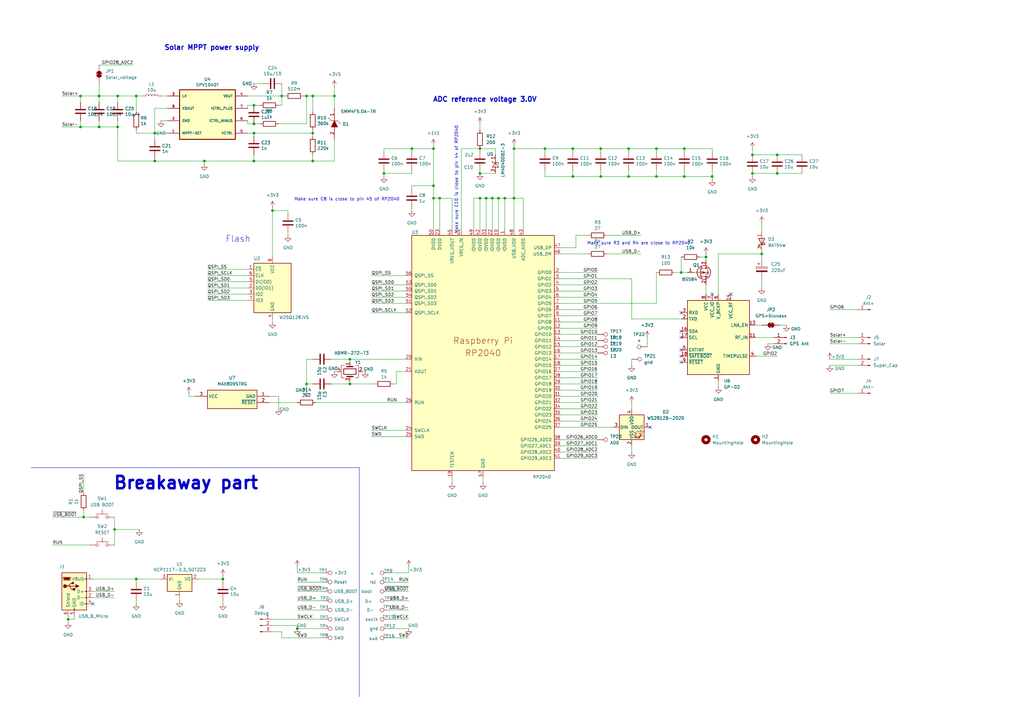
<source format=kicad_sch>
(kicad_sch (version 20231120) (generator "eeschema") (generator_version "8.0")
  (paper "A3")
  (title_block (title "pico-HABakuk") (date "2024-06-15") (rev "REV1") (company "Jakub Šerých, OK1SE"))
  (junction (at 201.93 81.28))
  (junction (at 63.5 66.04))
  (junction (at 199.39 81.28))
  (junction (at 55.88 39.37))
  (junction (at 318.77 63.5))
  (junction (at 177.8 76.2))
  (junction (at 168.91 60.96))
  (junction (at 128.27 39.37))
  (junction (at 289.56 105.41))
  (junction (at 125.73 157.48))
  (junction (at 223.52 60.96))
  (junction (at 246.38 72.39))
  (junction (at 34.29 212.09))
  (junction (at 257.81 60.96))
  (junction (at 40.64 39.37))
  (junction (at 143.51 147.32))
  (junction (at 104.14 54.61))
  (junction (at 246.38 60.96))
  (junction (at 177.8 81.28))
  (junction (at 63.5 54.61))
  (junction (at 180.34 81.28))
  (junction (at 204.47 81.28))
  (junction (at 157.48 71.12))
  (junction (at 40.64 52.07))
  (junction (at 48.26 52.07))
  (junction (at 91.44 237.49))
  (junction (at 104.14 43.18))
  (junction (at 196.85 71.12))
  (junction (at 280.67 60.96))
  (junction (at 292.1 72.39))
  (junction (at 121.92 257.81))
  (junction (at 143.51 157.48))
  (junction (at 115.57 39.37))
  (junction (at 210.82 60.96))
  (junction (at 257.81 72.39))
  (junction (at 128.27 66.04))
  (junction (at 111.76 86.36))
  (junction (at 318.77 71.12))
  (junction (at 308.61 71.12))
  (junction (at 27.94 254))
  (junction (at 125.73 39.37))
  (junction (at 33.02 39.37))
  (junction (at 177.8 60.96))
  (junction (at 137.16 39.37))
  (junction (at 104.14 66.04))
  (junction (at 234.95 72.39))
  (junction (at 269.24 72.39))
  (junction (at 312.42 104.14))
  (junction (at 55.88 237.49))
  (junction (at 33.02 52.07))
  (junction (at 207.01 81.28))
  (junction (at 279.4 111.76))
  (junction (at 196.85 60.96))
  (junction (at 46.99 217.17))
  (junction (at 196.85 81.28))
  (junction (at 128.27 54.61))
  (junction (at 269.24 60.96))
  (junction (at 104.14 50.8))
  (junction (at 280.67 72.39))
  (junction (at 308.61 63.5))
  (junction (at 210.82 81.28))
  (junction (at 48.26 39.37))
  (junction (at 234.95 60.96))
  (junction (at 83.82 66.04))
  (no_connect (at 279.4 138.43))
  (no_connect (at 266.7 175.26))
  (no_connect (at 279.4 128.27))
  (no_connect (at 279.4 135.89))
  (no_connect (at 299.72 120.65))
  (no_connect (at 38.1 247.65))
  (no_connect (at 279.4 143.51))
  (no_connect (at 279.4 148.59))
  (no_connect (at 279.4 146.05))
  (no_connect (at 292.1 120.65))
  (wire (pts (xy 177.8 81.28) (xy 177.8 93.98)))
  (wire (pts (xy 25.4 39.37) (xy 33.02 39.37)))
  (wire (pts (xy 229.87 137.16) (xy 245.11 137.16)))
  (wire (pts (xy 48.26 66.04) (xy 63.5 66.04)))
  (wire (pts (xy 294.64 120.65) (xy 294.64 104.14)))
  (wire (pts (xy 157.48 71.12) (xy 168.91 71.12)))
  (wire (pts (xy 162.56 152.4) (xy 162.56 157.48)))
  (wire (pts (xy 236.22 96.52) (xy 236.22 101.6)))
  (wire (pts (xy 259.08 182.88) (xy 259.08 185.42)))
  (wire (pts (xy 38.1 237.49) (xy 55.88 237.49)))
  (wire (pts (xy 246.38 60.96) (xy 257.81 60.96)))
  (wire (pts (xy 115.57 259.08) (xy 115.57 261.62)))
  (wire (pts (xy 83.82 66.04) (xy 104.14 66.04)))
  (wire (pts (xy 115.57 34.29) (xy 115.57 39.37)))
  (wire (pts (xy 340.36 161.29) (xy 351.79 161.29)))
  (wire (pts (xy 207.01 81.28) (xy 210.82 81.28)))
  (wire (pts (xy 121.92 238.76) (xy 132.08 238.76)))
  (wire (pts (xy 308.61 71.12) (xy 308.61 72.39)))
  (wire (pts (xy 101.6 123.19) (xy 85.09 123.19)))
  (wire (pts (xy 246.38 62.23) (xy 246.38 60.96)))
  (wire (pts (xy 21.59 223.52) (xy 36.83 223.52)))
  (wire (pts (xy 40.64 34.29) (xy 40.64 39.37)))
  (wire (pts (xy 167.64 232.41) (xy 167.64 234.95)))
  (wire (pts (xy 177.8 59.69) (xy 177.8 60.96)))
  (polyline (pts (xy 12.7 191.77) (xy 147.32 191.77)))
  (wire (pts (xy 229.87 149.86) (xy 245.11 149.86)))
  (wire (pts (xy 55.88 39.37) (xy 48.26 39.37)))
  (wire (pts (xy 111.76 86.36) (xy 111.76 105.41)))
  (polyline (pts (xy 147.32 191.77) (xy 147.32 285.75)))
  (wire (pts (xy 55.88 246.38) (xy 55.88 247.65)))
  (wire (pts (xy 137.16 39.37) (xy 128.27 39.37)))
  (wire (pts (xy 194.31 81.28) (xy 196.85 81.28)))
  (wire (pts (xy 229.87 170.18) (xy 245.11 170.18)))
  (wire (pts (xy 40.64 41.91) (xy 40.64 39.37)))
  (wire (pts (xy 229.87 104.14) (xy 241.3 104.14)))
  (wire (pts (xy 121.92 242.57) (xy 132.08 242.57)))
  (wire (pts (xy 68.58 54.61) (xy 63.5 54.61)))
  (wire (pts (xy 121.92 246.38) (xy 132.08 246.38)))
  (wire (pts (xy 229.87 111.76) (xy 245.11 111.76)))
  (wire (pts (xy 214.63 81.28) (xy 210.82 81.28)))
  (wire (pts (xy 85.09 113.03) (xy 101.6 113.03)))
  (wire (pts (xy 106.68 50.8) (xy 104.14 50.8)))
  (wire (pts (xy 160.02 234.95) (xy 167.64 234.95)))
  (wire (pts (xy 111.76 85.09) (xy 111.76 86.36)))
  (wire (pts (xy 248.92 96.52) (xy 262.89 96.52)))
  (wire (pts (xy 185.42 93.98) (xy 185.42 81.28)))
  (wire (pts (xy 48.26 41.91) (xy 48.26 39.37)))
  (wire (pts (xy 101.6 54.61) (xy 104.14 54.61)))
  (wire (pts (xy 214.63 93.98) (xy 214.63 81.28)))
  (wire (pts (xy 104.14 43.18) (xy 101.6 43.18)))
  (wire (pts (xy 246.38 69.85) (xy 246.38 72.39)))
  (wire (pts (xy 229.87 116.84) (xy 245.11 116.84)))
  (wire (pts (xy 55.88 238.76) (xy 55.88 237.49)))
  (wire (pts (xy 177.8 76.2) (xy 177.8 81.28)))
  (wire (pts (xy 107.95 34.29) (xy 104.14 34.29)))
  (wire (pts (xy 318.77 63.5) (xy 328.93 63.5)))
  (wire (pts (xy 137.16 152.4) (xy 138.43 152.4)))
  (wire (pts (xy 157.48 60.96) (xy 168.91 60.96)))
  (wire (pts (xy 111.76 256.54) (xy 121.92 256.54)))
  (wire (pts (xy 229.87 185.42) (xy 245.11 185.42)))
  (wire (pts (xy 128.27 54.61) (xy 128.27 53.34)))
  (wire (pts (xy 160.02 246.38) (xy 167.64 246.38)))
  (wire (pts (xy 269.24 111.76) (xy 269.24 124.46)))
  (wire (pts (xy 157.48 69.85) (xy 157.48 71.12)))
  (wire (pts (xy 46.99 212.09) (xy 46.99 217.17)))
  (wire (pts (xy 148.59 152.4) (xy 149.86 152.4)))
  (wire (pts (xy 152.4 124.46) (xy 166.37 124.46)))
  (wire (pts (xy 135.89 147.32) (xy 143.51 147.32)))
  (wire (pts (xy 91.44 238.76) (xy 91.44 237.49)))
  (wire (pts (xy 46.99 217.17) (xy 46.99 223.52)))
  (wire (pts (xy 168.91 60.96) (xy 177.8 60.96)))
  (wire (pts (xy 40.64 52.07) (xy 48.26 52.07)))
  (wire (pts (xy 111.76 132.08) (xy 111.76 130.81)))
  (wire (pts (xy 312.42 104.14) (xy 312.42 106.68)))
  (wire (pts (xy 199.39 93.98) (xy 199.39 81.28)))
  (wire (pts (xy 137.16 44.45) (xy 137.16 39.37)))
  (wire (pts (xy 38.1 242.57) (xy 46.99 242.57)))
  (wire (pts (xy 177.8 60.96) (xy 177.8 76.2)))
  (wire (pts (xy 48.26 52.07) (xy 48.26 49.53)))
  (wire (pts (xy 294.64 104.14) (xy 312.42 104.14)))
  (wire (pts (xy 210.82 60.96) (xy 223.52 60.96)))
  (wire (pts (xy 152.4 119.38) (xy 166.37 119.38)))
  (wire (pts (xy 34.29 194.31) (xy 34.29 201.93)))
  (wire (pts (xy 33.02 39.37) (xy 33.02 41.91)))
  (wire (pts (xy 259.08 165.1) (xy 259.08 167.64)))
  (wire (pts (xy 63.5 57.15) (xy 63.5 54.61)))
  (wire (pts (xy 269.24 62.23) (xy 269.24 60.96)))
  (wire (pts (xy 196.85 81.28) (xy 199.39 81.28)))
  (wire (pts (xy 101.6 118.11) (xy 85.09 118.11)))
  (wire (pts (xy 320.04 133.35) (xy 322.58 133.35)))
  (wire (pts (xy 63.5 54.61) (xy 63.5 44.45)))
  (wire (pts (xy 101.6 50.8) (xy 101.6 49.53)))
  (wire (pts (xy 223.52 62.23) (xy 223.52 60.96)))
  (wire (pts (xy 279.4 111.76) (xy 281.94 111.76)))
  (wire (pts (xy 114.3 162.56) (xy 110.49 162.56)))
  (wire (pts (xy 101.6 39.37) (xy 115.57 39.37)))
  (wire (pts (xy 118.11 86.36) (xy 111.76 86.36)))
  (wire (pts (xy 207.01 81.28) (xy 207.01 93.98)))
  (wire (pts (xy 196.85 93.98) (xy 196.85 81.28)))
  (wire (pts (xy 30.48 252.73) (xy 30.48 254)))
  (wire (pts (xy 137.16 66.04) (xy 128.27 66.04)))
  (wire (pts (xy 143.51 156.21) (xy 143.51 157.48)))
  (wire (pts (xy 125.73 157.48) (xy 125.73 160.02)))
  (wire (pts (xy 229.87 101.6) (xy 236.22 101.6)))
  (wire (pts (xy 189.23 60.96) (xy 189.23 93.98)))
  (wire (pts (xy 40.64 39.37) (xy 33.02 39.37)))
  (wire (pts (xy 111.76 259.08) (xy 115.57 259.08)))
  (wire (pts (xy 63.5 66.04) (xy 83.82 66.04)))
  (wire (pts (xy 58.42 39.37) (xy 55.88 39.37)))
  (wire (pts (xy 73.66 245.11) (xy 73.66 246.38)))
  (wire (pts (xy 162.56 152.4) (xy 166.37 152.4)))
  (wire (pts (xy 166.37 113.03) (xy 152.4 113.03)))
  (wire (pts (xy 340.36 140.97) (xy 351.79 140.97)))
  (wire (pts (xy 269.24 60.96) (xy 280.67 60.96)))
  (wire (pts (xy 292.1 69.85) (xy 292.1 72.39)))
  (wire (pts (xy 121.92 256.54) (xy 121.92 257.81)))
  (wire (pts (xy 40.64 26.67) (xy 54.61 26.67)))
  (wire (pts (xy 161.29 157.48) (xy 162.56 157.48)))
  (wire (pts (xy 81.28 237.49) (xy 91.44 237.49)))
  (wire (pts (xy 309.88 146.05) (xy 318.77 146.05)))
  (wire (pts (xy 229.87 147.32) (xy 245.11 147.32)))
  (wire (pts (xy 229.87 127) (xy 245.11 127)))
  (wire (pts (xy 196.85 71.12) (xy 203.2 71.12)))
  (wire (pts (xy 168.91 71.12) (xy 168.91 69.85)))
  (wire (pts (xy 234.95 62.23) (xy 234.95 60.96)))
  (wire (pts (xy 234.95 72.39) (xy 223.52 72.39)))
  (wire (pts (xy 229.87 180.34) (xy 245.11 180.34)))
  (wire (pts (xy 259.08 147.32) (xy 259.08 149.86)))
  (wire (pts (xy 125.73 50.8) (xy 125.73 39.37)))
  (wire (pts (xy 121.92 250.19) (xy 132.08 250.19)))
  (wire (pts (xy 137.16 57.15) (xy 137.16 66.04)))
  (wire (pts (xy 210.82 59.69) (xy 210.82 60.96)))
  (wire (pts (xy 229.87 129.54) (xy 245.11 129.54)))
  (wire (pts (xy 168.91 77.47) (xy 168.91 76.2)))
  (wire (pts (xy 101.6 120.65) (xy 85.09 120.65)))
  (wire (pts (xy 234.95 60.96) (xy 246.38 60.96)))
  (wire (pts (xy 160.02 257.81) (xy 167.64 257.81)))
  (wire (pts (xy 289.56 105.41) (xy 289.56 106.68)))
  (wire (pts (xy 48.26 39.37) (xy 40.64 39.37)))
  (wire (pts (xy 48.26 52.07) (xy 48.26 66.04)))
  (wire (pts (xy 55.88 54.61) (xy 55.88 53.34)))
  (wire (pts (xy 289.56 116.84) (xy 289.56 120.65)))
  (wire (pts (xy 132.08 257.81) (xy 121.92 257.81)))
  (wire (pts (xy 309.88 138.43) (xy 317.5 138.43)))
  (wire (pts (xy 27.94 252.73) (xy 27.94 254)))
  (wire (pts (xy 104.14 54.61) (xy 128.27 54.61)))
  (wire (pts (xy 63.5 66.04) (xy 63.5 64.77)))
  (wire (pts (xy 229.87 187.96) (xy 245.11 187.96)))
  (wire (pts (xy 312.42 114.3) (xy 312.42 118.11)))
  (wire (pts (xy 115.57 39.37) (xy 116.84 39.37)))
  (wire (pts (xy 124.46 39.37) (xy 125.73 39.37)))
  (wire (pts (xy 55.88 54.61) (xy 63.5 54.61)))
  (wire (pts (xy 34.29 212.09) (xy 36.83 212.09)))
  (wire (pts (xy 234.95 69.85) (xy 234.95 72.39)))
  (wire (pts (xy 129.54 165.1) (xy 166.37 165.1)))
  (wire (pts (xy 180.34 93.98) (xy 180.34 81.28)))
  (wire (pts (xy 111.76 254) (xy 132.08 254)))
  (wire (pts (xy 210.82 60.96) (xy 210.82 81.28)))
  (wire (pts (xy 128.27 39.37) (xy 128.27 45.72)))
  (wire (pts (xy 280.67 72.39) (xy 292.1 72.39)))
  (wire (pts (xy 30.48 254) (xy 27.94 254)))
  (wire (pts (xy 203.2 60.96) (xy 196.85 60.96)))
  (wire (pts (xy 229.87 175.26) (xy 251.46 175.26)))
  (wire (pts (xy 66.04 237.49) (xy 55.88 237.49)))
  (wire (pts (xy 104.14 66.04) (xy 128.27 66.04)))
  (wire (pts (xy 269.24 69.85) (xy 269.24 72.39)))
  (wire (pts (xy 160.02 254) (xy 167.64 254)))
  (wire (pts (xy 223.52 60.96) (xy 234.95 60.96)))
  (wire (pts (xy 196.85 69.85) (xy 196.85 71.12)))
  (wire (pts (xy 33.02 49.53) (xy 33.02 52.07)))
  (wire (pts (xy 229.87 132.08) (xy 245.11 132.08)))
  (wire (pts (xy 160.02 261.62) (xy 167.64 261.62)))
  (wire (pts (xy 204.47 93.98) (xy 204.47 81.28)))
  (wire (pts (xy 128.27 39.37) (xy 125.73 39.37)))
  (wire (pts (xy 135.89 157.48) (xy 143.51 157.48)))
  (wire (pts (xy 128.27 157.48) (xy 125.73 157.48)))
  (wire (pts (xy 143.51 157.48) (xy 153.67 157.48)))
  (wire (pts (xy 229.87 119.38) (xy 245.11 119.38)))
  (wire (pts (xy 128.27 66.04) (xy 128.27 63.5)))
  (wire (pts (xy 55.88 39.37) (xy 55.88 45.72)))
  (wire (pts (xy 292.1 62.23) (xy 292.1 60.96)))
  (wire (pts (xy 166.37 179.07) (xy 152.4 179.07)))
  (wire (pts (xy 34.29 209.55) (xy 34.29 212.09)))
  (wire (pts (xy 199.39 81.28) (xy 201.93 81.28)))
  (wire (pts (xy 279.4 105.41) (xy 279.4 111.76)))
  (wire (pts (xy 292.1 72.39) (xy 292.1 73.66)))
  (wire (pts (xy 308.61 60.96) (xy 308.61 63.5)))
  (wire (pts (xy 229.87 157.48) (xy 245.11 157.48)))
  (wire (pts (xy 196.85 50.8) (xy 196.85 53.34)))
  (wire (pts (xy 340.36 127) (xy 351.79 127)))
  (wire (pts (xy 166.37 128.27) (xy 152.4 128.27)))
  (wire (pts (xy 294.64 156.21) (xy 294.64 158.75)))
  (wire (pts (xy 25.4 52.07) (xy 33.02 52.07)))
  (wire (pts (xy 308.61 71.12) (xy 318.77 71.12)))
  (wire (pts (xy 198.12 195.58) (xy 198.12 198.12)))
  (wire (pts (xy 115.57 261.62) (xy 132.08 261.62)))
  (wire (pts (xy 121.92 234.95) (xy 132.08 234.95)))
  (wire (pts (xy 340.36 138.43) (xy 351.79 138.43)))
  (wire (pts (xy 63.5 44.45) (xy 68.58 44.45)))
  (wire (pts (xy 168.91 76.2) (xy 177.8 76.2)))
  (wire (pts (xy 229.87 154.94) (xy 245.11 154.94)))
  (wire (pts (xy 101.6 115.57) (xy 85.09 115.57)))
  (wire (pts (xy 246.38 72.39) (xy 234.95 72.39)))
  (wire (pts (xy 318.77 71.12) (xy 328.93 71.12)))
  (wire (pts (xy 114.3 43.18) (xy 115.57 43.18)))
  (wire (pts (xy 223.52 69.85) (xy 223.52 72.39)))
  (wire (pts (xy 77.47 161.29) (xy 77.47 162.56)))
  (wire (pts (xy 33.02 52.07) (xy 40.64 52.07)))
  (wire (pts (xy 314.96 140.97) (xy 317.5 140.97)))
  (wire (pts (xy 185.42 195.58) (xy 185.42 198.12)))
  (wire (pts (xy 83.82 66.04) (xy 83.82 67.31)))
  (wire (pts (xy 229.87 160.02) (xy 245.11 160.02)))
  (wire (pts (xy 128.27 147.32) (xy 125.73 147.32)))
  (wire (pts (xy 229.87 139.7) (xy 245.11 139.7)))
  (wire (pts (xy 340.36 149.86) (xy 351.79 149.86)))
  (wire (pts (xy 229.87 165.1) (xy 245.11 165.1)))
  (wire (pts (xy 101.6 43.18) (xy 101.6 44.45)))
  (wire (pts (xy 160.02 250.19) (xy 167.64 250.19)))
  (wire (pts (xy 180.34 81.28) (xy 177.8 81.28)))
  (wire (pts (xy 248.92 104.14) (xy 262.89 104.14)))
  (wire (pts (xy 21.59 212.09) (xy 34.29 212.09)))
  (wire (pts (xy 68.58 39.37) (xy 66.04 39.37)))
  (wire (pts (xy 229.87 144.78) (xy 245.11 144.78)))
  (wire (pts (xy 280.67 72.39) (xy 269.24 72.39)))
  (wire (pts (xy 125.73 147.32) (xy 125.73 157.48)))
  (wire (pts (xy 259.08 130.81) (xy 259.08 114.3)))
  (wire (pts (xy 143.51 148.59) (xy 143.51 147.32)))
  (wire (pts (xy 152.4 116.84) (xy 166.37 116.84)))
  (wire (pts (xy 104.14 50.8) (xy 101.6 50.8)))
  (wire (pts (xy 265.43 138.43) (xy 265.43 142.24)))
  (wire (pts (xy 201.93 81.28) (xy 204.47 81.28)))
  (wire (pts (xy 229.87 134.62) (xy 245.11 134.62)))
  (wire (pts (xy 289.56 104.14) (xy 289.56 105.41)))
  (wire (pts (xy 229.87 152.4) (xy 245.11 152.4)))
  (wire (pts (xy 157.48 62.23) (xy 157.48 60.96)))
  (wire (pts (xy 114.3 50.8) (xy 125.73 50.8)))
  (wire (pts (xy 236.22 96.52) (xy 241.3 96.52)))
  (wire (pts (xy 118.11 95.25) (xy 118.11 96.52)))
  (wire (pts (xy 157.48 71.12) (xy 157.48 72.39)))
  (wire (pts (xy 280.67 69.85) (xy 280.67 72.39)))
  (wire (pts (xy 229.87 142.24) (xy 245.11 142.24)))
  (wire (pts (xy 46.99 217.17) (xy 57.15 217.17)))
  (wire (pts (xy 257.81 60.96) (xy 269.24 60.96)))
  (wire (pts (xy 196.85 62.23) (xy 196.85 60.96)))
  (wire (pts (xy 85.09 110.49) (xy 101.6 110.49)))
  (wire (pts (xy 152.4 121.92) (xy 166.37 121.92)))
  (wire (pts (xy 229.87 124.46) (xy 269.24 124.46)))
  (wire (pts (xy 229.87 167.64) (xy 245.11 167.64)))
  (wire (pts (xy 229.87 114.3) (xy 259.08 114.3)))
  (wire (pts (xy 257.81 72.39) (xy 246.38 72.39)))
  (wire (pts (xy 276.86 111.76) (xy 279.4 111.76)))
  (wire (pts (xy 118.11 87.63) (xy 118.11 86.36)))
  (wire (pts (xy 269.24 72.39) (xy 257.81 72.39)))
  (wire (pts (xy 204.47 81.28) (xy 207.01 81.28)))
  (wire (pts (xy 128.27 55.88) (xy 128.27 54.61)))
  (wire (pts (xy 194.31 93.98) (xy 194.31 81.28)))
  (wire (pts (xy 312.42 91.44) (xy 312.42 95.25)))
  (wire (pts (xy 66.04 49.53) (xy 68.58 49.53)))
  (wire (pts (xy 340.36 147.32) (xy 351.79 147.32)))
  (wire (pts (xy 160.02 242.57) (xy 167.64 242.57)))
  (wire (pts (xy 115.57 43.18) (xy 115.57 39.37)))
  (wire (pts (xy 201.93 93.98) (xy 201.93 81.28)))
  (wire (pts (xy 168.91 62.23) (xy 168.91 60.96)))
  (wire (pts (xy 110.49 165.1) (xy 121.92 165.1)))
  (wire (pts (xy 137.16 39.37) (xy 137.16 35.56)))
  (wire (pts (xy 114.3 167.64) (xy 114.3 162.56)))
  (wire (pts (xy 287.02 105.41) (xy 289.56 105.41)))
  (wire (pts (xy 185.42 81.28) (xy 180.34 81.28)))
  (wire (pts (xy 280.67 60.96) (xy 292.1 60.96)))
  (wire (pts (xy 279.4 130.81) (xy 259.08 130.81)))
  (wire (pts (xy 280.67 62.23) (xy 280.67 60.96)))
  (wire (pts (xy 160.02 238.76) (xy 167.64 238.76)))
  (wire (pts (xy 308.61 63.5) (xy 318.77 63.5)))
  (wire (pts (xy 309.88 133.35) (xy 312.42 133.35)))
  (wire (pts (xy 257.81 69.85) (xy 257.81 72.39)))
  (wire (pts (xy 229.87 162.56) (xy 245.11 162.56)))
  (wire (pts (xy 229.87 172.72) (xy 245.11 172.72)))
  (wire (pts (xy 210.82 93.98) (xy 210.82 81.28)))
  (wire (pts (xy 106.68 43.18) (xy 104.14 43.18)))
  (wire (pts (xy 121.92 232.41) (xy 121.92 234.95)))
  (wire (pts (xy 257.81 62.23) (xy 257.81 60.96)))
  (wire (pts (xy 77.47 162.56) (xy 80.01 162.56)))
  (wire (pts (xy 166.37 176.53) (xy 152.4 176.53)))
  (wire (pts (xy 40.64 49.53) (xy 40.64 52.07)))
  (wire (pts (xy 168.91 85.09) (xy 168.91 86.36)))
  (wire (pts (xy 91.44 246.38) (xy 91.44 247.65)))
  (wire (pts (xy 104.14 55.88) (xy 104.14 54.61)))
  (wire (pts (xy 27.94 254) (xy 27.94 255.27)))
  (wire (pts (xy 91.44 237.49) (xy 91.44 236.22)))
  (wire (pts (xy 229.87 182.88) (xy 245.11 182.88)))
  (wire (pts (xy 229.87 121.92) (xy 245.11 121.92)))
  (wire (pts (xy 189.23 60.96) (xy 196.85 60.96)))
  (wire (pts (xy 38.1 245.11) (xy 46.99 245.11)))
  (wire (pts (xy 203.2 63.5) (xy 203.2 60.96)))
  (wire (pts (xy 104.14 63.5) (xy 104.14 66.04)))
  (wire (pts (xy 312.42 102.87) (xy 312.42 104.14)))
  (wire (pts (xy 143.51 147.32) (xy 166.37 147.32)))
  (text "ADC reference voltage 3.0V" (at 198.882 40.894 0) (effects (font (size 2.032 2.032) (bold yes))))
  (text "Breakaway part" (at 46.228 201.168 0) (effects (font (size 5.08 5.08) (thickness 1.016) (bold yes)) (justify left bottom)))
  (text "Make sure C8 is close to pin 45 of RP2040" (at 120.65 82.55 0) (effects (font (size 1.27 1.27)) (justify left bottom)))
  (text "Solar MPPT power supply" (at 67.31 20.828 0) (effects (font (size 2.0066 2.0066) (thickness 0.4013) (bold yes)) (justify left bottom)))
  (text "Make sure C10 is close to pin 44 of RP2040" (at 187.96 96.012 90) (effects (font (size 1.27 1.27)) (justify left bottom)))
  (text "Make sure R3 and R4 are close to RP2040" (at 240.792 100.584 0) (effects (font (size 1.27 1.27)) (justify left bottom)))
  (text "Flash" (at 92.456 99.568 0) (effects (font (size 2.54 2.54)) (justify left bottom)))
  (label "Solar-" (at 340.36 140.97 0))
  (label "USB_D-" (at 46.99 245.11 180))
  (label "QSPI_SS" (at 85.09 110.49 0))
  (label "QSPI_SD3" (at 85.09 123.19 0))
  (label "QSPI_SD2" (at 152.4 121.92 0))
  (label "USB_D-" (at 262.89 104.14 180))
  (label "GPIO4" (at 245.11 121.92 180))
  (label "~{USB_BOOT}" (at 21.59 212.09 0))
  (label "RUN" (at 158.75 165.1 0))
  (label "GPIO29_ADC3" (at 245.11 187.96 180))
  (label "QSPI_SD1" (at 152.4 119.38 0))
  (label "GPIO13" (at 245.11 144.78 180))
  (label "SWCLK" (at 121.92 254 0))
  (label "GPIO6" (at 245.11 127 180))
  (label "USB_D+" (at 262.89 96.52 180))
  (label "~{USB_BOOT}" (at 121.92 242.57 0))
  (label "RUN" (at 21.59 223.52 0))
  (label "SWD" (at 152.4 179.07 0))
  (label "GPIO20" (at 245.11 162.56 180))
  (label "QSPI_SD1" (at 85.09 118.11 0))
  (label "RUN" (at 167.64 238.76 180))
  (label "QSPI_SD3" (at 152.4 124.46 0))
  (label "GPIO6" (at 340.36 127 0))
  (label "GPIO18" (at 245.11 157.48 180))
  (label "GPIO25" (at 245.11 175.26 180))
  (label "USB_D-" (at 167.64 250.19 180))
  (label "GPIO0" (at 245.11 111.76 180))
  (label "~{USB_BOOT}" (at 167.64 242.57 180))
  (label "GPIO21" (at 245.11 165.1 180))
  (label "GPIO11" (at 245.11 139.7 180))
  (label "Solar+" (at 340.36 138.43 0))
  (label "SWD" (at 121.92 261.62 0))
  (label "GPIO27_ADC1" (at 245.11 182.88 180))
  (label "GPIO1" (at 245.11 114.3 180))
  (label "USB_D+" (at 46.99 242.57 180))
  (label "GPIO14" (at 245.11 147.32 180))
  (label "GPIO3" (at 245.11 119.38 180))
  (label "GPIO10" (at 245.11 137.16 180))
  (label "Solar+" (at 25.4 39.37 0))
  (label "GPIO23" (at 245.11 170.18 180))
  (label "SWCLK" (at 167.64 254 180))
  (label "GPIO7" (at 340.36 161.29 0))
  (label "SWCLK" (at 152.4 176.53 0))
  (label "RUN" (at 121.92 238.76 0))
  (label "QSPI_SCLK" (at 152.4 128.27 0))
  (label "QSPI_SD0" (at 152.4 116.84 0))
  (label "USB_D+" (at 167.64 246.38 180))
  (label "GPIO17" (at 245.11 154.94 180))
  (label "Solar-" (at 25.4 52.07 0))
  (label "GPIO2" (at 245.11 116.84 180))
  (label "GPIO9" (at 245.11 134.62 180))
  (label "USB_D+" (at 121.92 246.38 0))
  (label "GPIO15" (at 245.11 149.86 180))
  (label "GPIO12" (at 245.11 142.24 180))
  (label "GPIO24" (at 245.11 172.72 180))
  (label "GPIO5" (at 245.11 124.46 180))
  (label "GPIO2" (at 318.77 146.05 180))
  (label "GPIO22" (at 245.11 167.64 180))
  (label "GPIO19" (at 245.11 160.02 180))
  (label "GPIO28_ADC2" (at 54.61 26.67 180))
  (label "QSPI_SS" (at 152.4 113.03 0))
  (label "QSPI_SD2" (at 85.09 120.65 0))
  (label "QSPI_SD0" (at 85.09 115.57 0))
  (label "QSPI_SCLK" (at 85.09 113.03 0))
  (label "SWD" (at 167.64 261.62 180))
  (label "GPIO26_ADC0" (at 245.11 180.34 180))
  (label "GPIO28_ADC2" (at 245.11 185.42 180))
  (label "GPIO16" (at 245.11 152.4 180))
  (label "GPIO8" (at 245.11 132.08 180))
  (label "QSPI_SS" (at 34.29 194.31 270))
  (label "USB_D-" (at 121.92 250.19 0))
  (label "GPIO7" (at 245.11 129.54 180))
  (symbol (lib_id "MCU_RaspberryPi_RP2040:RP2040") (at 198.12 144.78 0) (unit 1)
    (property "Reference" "U3" (at 170.18 95.25 0))
    (property "Value" "RP2040" (at 222.25 195.58 0))
    (property "Footprint" "RP2040_minimal:RP2040-QFN-56" (effects (hide yes)))
  )
  (symbol (lib_id "Memory_Flash:W25Q128JVS") (at 111.76 118.11 0) (unit 1)
    (property "Reference" "U2" (at 105.41 106.045 0))
    (property "Value" "W25Q128JVS" (at 120.65 130.175 0))
    (property "Footprint" "Package_SO:SOIC-8_5.23x5.23mm_P1.27mm" (effects (hide yes)))
    (property "Datasheet" "http://www.winbond.com/resource-files/w25q128jv_dtr%20revc%2003272018%20plus.pdf" (effects (hide yes)))
  )
  (symbol (lib_id "Device:R") (at 34.29 205.74 0) (unit 1)
    (property "Reference" "R1" (at 29.0322 205.74 90))
    (property "Value" "1k" (at 31.3436 205.74 90))
    (property "Footprint" "Resistor_SMD:R_0603_1608Metric" (effects (hide yes)))
  )
  (symbol (lib_id "Device:C") (at 118.11 91.44 0) (unit 1)
    (property "Reference" "C5" (at 121.031 90.2716 0) (effects (justify left)))
    (property "Value" "100n" (at 121.031 92.583 0) (effects (justify left)))
    (property "Footprint" "Capacitor_SMD:C_0603_1608Metric" (effects (hide yes)))
  )
  (symbol (lib_id "Connector:USB_B_Micro") (at 30.48 242.57 0) (unit 1)
    (property "Reference" "J1" (at 26.67 232.41 0) (effects (justify right)))
    (property "Value" "USB_B_Micro" (at 44.45 252.73 0) (effects (justify right)))
    (property "Footprint" "RP2040_minimal:USB_Micro-B_Amphenol_10103594-0001LF_Horizontal_modified" (effects (hide yes)))
  )
  (symbol (lib_id "Device:R") (at 245.11 96.52 270) (unit 1)
    (property "Reference" "R3" (at 245.11 91.2622 90))
    (property "Value" "27" (at 245.11 93.5736 90))
    (property "Footprint" "Resistor_SMD:R_0603_1608Metric" (effects (hide yes)))
  )
  (symbol (lib_id "Device:R") (at 245.11 104.14 270) (unit 1)
    (property "Reference" "R4" (at 245.11 98.8822 90))
    (property "Value" "27" (at 245.11 101.1936 90))
    (property "Footprint" "Resistor_SMD:R_0603_1608Metric" (effects (hide yes)))
  )
  (symbol (lib_id "Device:C") (at 223.52 66.04 0) (unit 1)
    (property "Reference" "C9" (at 226.441 64.8716 0) (effects (justify left)))
    (property "Value" "100n" (at 226.441 67.183 0) (effects (justify left)))
    (property "Footprint" "Capacitor_SMD:C_0603_1608Metric" (effects (hide yes)))
  )
  (symbol (lib_id "Device:C") (at 234.95 66.04 0) (unit 1)
    (property "Reference" "C11" (at 237.871 64.8716 0) (effects (justify left)))
    (property "Value" "100n" (at 237.871 67.183 0) (effects (justify left)))
    (property "Footprint" "Capacitor_SMD:C_0603_1608Metric" (effects (hide yes)))
  )
  (symbol (lib_id "Device:C") (at 246.38 66.04 0) (unit 1)
    (property "Reference" "C12" (at 249.301 64.8716 0) (effects (justify left)))
    (property "Value" "100n" (at 249.301 67.183 0) (effects (justify left)))
    (property "Footprint" "Capacitor_SMD:C_0603_1608Metric" (effects (hide yes)))
  )
  (symbol (lib_id "Device:C") (at 257.81 66.04 0) (unit 1)
    (property "Reference" "C13" (at 260.731 64.8716 0) (effects (justify left)))
    (property "Value" "100n" (at 260.731 67.183 0) (effects (justify left)))
    (property "Footprint" "Capacitor_SMD:C_0603_1608Metric" (effects (hide yes)))
  )
  (symbol (lib_id "Device:C") (at 269.24 66.04 0) (unit 1)
    (property "Reference" "C14" (at 272.161 64.8716 0) (effects (justify left)))
    (property "Value" "100n" (at 272.161 67.183 0) (effects (justify left)))
    (property "Footprint" "Capacitor_SMD:C_0603_1608Metric" (effects (hide yes)))
  )
  (symbol (lib_id "Device:C") (at 280.67 66.04 0) (unit 1)
    (property "Reference" "C15" (at 283.591 64.8716 0) (effects (justify left)))
    (property "Value" "100n" (at 283.591 67.183 0) (effects (justify left)))
    (property "Footprint" "Capacitor_SMD:C_0603_1608Metric" (effects (hide yes)))
  )
  (symbol (lib_id "Device:C") (at 292.1 66.04 0) (unit 1)
    (property "Reference" "C16" (at 295.021 64.8716 0) (effects (justify left)))
    (property "Value" "100n" (at 295.021 67.183 0) (effects (justify left)))
    (property "Footprint" "Capacitor_SMD:C_0603_1608Metric" (effects (hide yes)))
  )
  (symbol (lib_id "Device:C") (at 157.48 66.04 0) (unit 1)
    (property "Reference" "C6" (at 160.401 64.8716 0) (effects (justify left)))
    (property "Value" "100n" (at 160.401 67.183 0) (effects (justify left)))
    (property "Footprint" "Capacitor_SMD:C_0603_1608Metric" (effects (hide yes)))
  )
  (symbol (lib_id "Device:C") (at 168.91 66.04 0) (unit 1)
    (property "Reference" "C7" (at 171.831 64.8716 0) (effects (justify left)))
    (property "Value" "100n" (at 171.831 67.183 0) (effects (justify left)))
    (property "Footprint" "Capacitor_SMD:C_0603_1608Metric" (effects (hide yes)))
  )
  (symbol (lib_id "Device:C") (at 168.91 81.28 0) (unit 1)
    (property "Reference" "C8" (at 171.831 80.1116 0) (effects (justify left)))
    (property "Value" "1u" (at 171.831 82.423 0) (effects (justify left)))
    (property "Footprint" "Capacitor_SMD:C_0603_1608Metric" (effects (hide yes)))
  )
  (symbol (lib_id "Device:C") (at 196.85 66.04 0) (unit 1)
    (property "Reference" "C10" (at 190.246 68.58 0) (effects (justify left)))
    (property "Value" "2u2" (at 190.5 63.5 0) (effects (justify left)))
    (property "Footprint" "Capacitor_SMD:C_0603_1608Metric" (effects (hide yes)))
  )
  (symbol (lib_id "Regulator_Linear:NCP1117-3.3_SOT223") (at 73.66 237.49 0) (unit 1)
    (property "Reference" "U1" (at 73.66 231.3432 0))
    (property "Value" "NCP1117-3.3_SOT223" (at 73.66 233.6546 0))
    (property "Footprint" "Package_TO_SOT_SMD:SOT-223-3_TabPin2" (effects (hide yes)))
    (property "Datasheet" "http://www.onsemi.com/pub_link/Collateral/NCP1117-D.PDF" (effects (hide yes)))
  )
  (symbol (lib_id "Device:C") (at 55.88 242.57 0) (unit 1)
    (property "Reference" "C1" (at 58.801 241.4016 0) (effects (justify left)))
    (property "Value" "10u" (at 58.801 243.713 0) (effects (justify left)))
    (property "Footprint" "Capacitor_SMD:C_0805_2012Metric" (effects (hide yes)))
  )
  (symbol (lib_id "Device:C") (at 91.44 242.57 0) (unit 1)
    (property "Reference" "C4" (at 94.361 241.4016 0) (effects (justify left)))
    (property "Value" "10u" (at 94.361 243.713 0) (effects (justify left)))
    (property "Footprint" "Capacitor_SMD:C_0805_2012Metric" (effects (hide yes)))
  )
  (symbol (lib_id "Device:C") (at 308.61 67.31 0) (unit 1)
    (property "Reference" "C17" (at 311.531 66.1416 0) (effects (justify left)))
    (property "Value" "10u" (at 311.531 68.453 0) (effects (justify left)))
    (property "Footprint" "Capacitor_SMD:C_0805_2012Metric" (effects (hide yes)))
  )
  (symbol (lib_id "LED:WS2812B-2020") (at 259.08 175.26 0) (unit 1)
    (property "Reference" "D2" (at 273.05 168.9414 0))
    (property "Value" "WS2812B-2020" (at 273.05 171.4814 0))
    (property "Footprint" "LED_SMD:LED_WS2812B-2020_PLCC4_2.0x2.0mm" (effects (hide yes)))
    (property "Datasheet" "https://cdn-shop.adafruit.com/product-files/4684/4684_WS2812B-2020_V1.3_EN.pdf" (effects (hide yes)))
    (property "Description" "RGB LED with integrated controller, 2.0 x 2.0 mm, 12 mA" (effects (hide yes)))
  )
  (symbol (lib_id "Connector:TestPoint") (at 132.08 246.38 270) (unit 1)
    (property "Reference" "TP2" (at 131.318 245.364 90) (effects (justify left)))
    (property "Value" "USB_D+" (at 137.16 246.634 90) (effects (justify left)))
    (property "Footprint" "Connector_Pin:Pin_D1.1mm_L10.2mm_W3.5mm_Flat" (effects (hide yes)))
    (property "Description" "test point" (effects (hide yes)))
  )
  (symbol (lib_name "GND_1") (lib_id "power:GND") (at 55.88 247.65 0) (unit 1)
    (property "Reference" "#PWR0116" (effects (hide yes)))
    (property "Value" "GND" (at 55.88 252.73 0))
    (property "Description" "Power symbol creates a global label with name \"GND\" , ground" (effects (hide yes)))
  )
  (symbol (lib_name "GND_1") (lib_id "power:GND") (at 121.92 257.81 0) (unit 1)
    (property "Reference" "#PWR08" (effects (hide yes)))
    (property "Value" "GND" (at 123.698 256.54 0))
    (property "Description" "Power symbol creates a global label with name \"GND\" , ground" (effects (hide yes)))
  )
  (symbol (lib_id "SamacSys_Parts:SMM4F5.0A-TR") (at 137.16 44.45 270) (unit 1)
    (property "Reference" "D1" (at 140.462 50.9016 90) (effects (justify left)))
    (property "Value" "SMM4F5.0A-TR" (at 139.7 45.72 90) (effects (justify left)))
    (property "Footprint" "SamacSys_Parts:SMM4F15ATR" (effects (hide yes)))
    (property "Datasheet" "http://www.st.com/content/ccc/resource/technical/document/datasheet/5d/b3/40/b8/ac/6c/49/a2/CD00178940.pdf/files/CD00178940.pdf/jcr:content/translations/en.CD00178940.pdf" (effects (hide yes)))
    (property "Description" "ESD Suppressors / TVS Diodes 400W HI JCT TMP" (effects (hide yes)))
    (property "Mouser Part Number" "511-SMM4F5.0A-TR" (effects (hide yes)))
    (property "Mouser Price/Stock" "https://www.mouser.co.uk/ProductDetail/STMicroelectronics/SMM4F50A-TR?qs=5HwTSiuA5HB7K7mI4EswPg%3D%3D" (effects (hide yes)))
    (property "Manufacturer_Name" "STMicroelectronics" (effects (hide yes)))
    (property "Manufacturer_Part_Number" "SMM4F5.0A-TR" (effects (hide yes)))
  )
  (symbol (lib_name "GND_1") (lib_id "power:GND") (at 322.58 133.35 0) (unit 1)
    (property "Reference" "#PWR017" (effects (hide yes)))
    (property "Value" "GND" (at 326.39 134.874 0))
    (property "Description" "Power symbol creates a global label with name \"GND\" , ground" (effects (hide yes)))
  )
  (symbol (lib_name "GND_1") (lib_id "power:GND") (at 308.61 72.39 0) (unit 1)
    (property "Reference" "#PWR0118" (effects (hide yes)))
    (property "Value" "GND" (at 308.61 77.47 0))
    (property "Description" "Power symbol creates a global label with name \"GND\" , ground" (effects (hide yes)))
  )
  (symbol (lib_name "GND_1") (lib_id "power:GND") (at 314.96 140.97 0) (unit 1)
    (property "Reference" "#PWR016" (effects (hide yes)))
    (property "Value" "GND" (at 318.77 142.494 0))
    (property "Description" "Power symbol creates a global label with name \"GND\" , ground" (effects (hide yes)))
  )
  (symbol (lib_id "Connector:TestPoint") (at 265.43 142.24 90) (unit 1)
    (property "Reference" "TP22" (at 262.128 137.16 90))
    (property "Value" "+" (at 262.128 139.7 90))
    (property "Footprint" "TestPoint:TestPoint_THTPad_D1.0mm_Drill0.5mm" (effects (hide yes)))
    (property "Description" "test point" (effects (hide yes)))
  )
  (symbol (lib_id "Connector:Conn_01x01_Pin") (at 356.87 127 180) (unit 1)
    (property "Reference" "J2" (at 356.235 121.92 0))
    (property "Value" "Ant+" (at 356.235 124.46 0))
    (property "Footprint" "Connector_PinHeader_2.54mm:PinHeader_1x01_P2.54mm_Vertical" (effects (hide yes)))
    (property "Description" "Generic connector, single row, 01x01, script generated" (effects (hide yes)))
  )
  (symbol (lib_id "Connector:TestPoint") (at 245.11 144.78 270) (unit 1)
    (property "Reference" "TP20" (at 250.19 143.5099 90) (effects (justify left)))
    (property "Value" "13" (at 250.19 146.0499 90) (effects (justify left)))
    (property "Footprint" "TestPoint:TestPoint_THTPad_D1.0mm_Drill0.5mm" (effects (hide yes)))
    (property "Description" "test point" (effects (hide yes)))
  )
  (symbol (lib_id "Device:C") (at 111.76 34.29 270) (unit 1)
    (property "Reference" "C24" (at 111.76 27.8892 90))
    (property "Value" "10u/10" (at 111.76 30.2006 90))
    (property "Footprint" "Capacitor_SMD:C_0805_2012Metric" (effects (hide yes)))
  )
  (symbol (lib_id "SPV1040T:SPV1040T") (at 85.09 43.18 0) (unit 1)
    (property "Reference" "U4" (at 85.09 32.512 0))
    (property "Value" "SPV1040T" (at 85.09 34.8234 0))
    (property "Footprint" "Package_SO:TSSOP-8_4.4x3mm_P0.65mm" (effects (hide yes)))
  )
  (symbol (lib_name "+3V3_2") (lib_id "power:+3V3") (at 111.76 85.09 0) (unit 1)
    (property "Reference" "#PWR0103" (effects (hide yes)))
    (property "Value" "+3V3" (at 111.76 80.01 0))
    (property "Description" "Power symbol creates a global label with name \"+3V3\"" (effects (hide yes)))
  )
  (symbol (lib_id "Switch:SW_Omron_B3FS") (at 41.91 212.09 0) (unit 1)
    (property "Reference" "SW1" (at 41.91 204.47 0))
    (property "Value" "USB BOOT" (at 41.91 207.01 0))
    (property "Footprint" "Button_Switch_SMD:SW_SPST_Omron_B3FS-100xP" (effects (hide yes)))
    (property "Datasheet" "https://omronfs.omron.com/en_US/ecb/products/pdf/en-b3fs.pdf" (effects (hide yes)))
    (property "Description" "Omron B3FS 6x6mm single pole normally-open tactile switch" (effects (hide yes)))
  )
  (symbol (lib_id "Diode:BAT54W") (at 312.42 99.06 90) (unit 1)
    (property "Reference" "D3" (at 314.96 98.1074 90) (effects (justify right)))
    (property "Value" "BAT54W" (at 314.96 100.6474 90) (effects (justify right)))
    (property "Footprint" "Package_TO_SOT_SMD:SOT-323_SC-70" (effects (hide yes)))
    (property "Datasheet" "https://assets.nexperia.com/documents/data-sheet/BAT54W_SER.pdf" (effects (hide yes)))
    (property "Description" "Schottky barrier diode, SOT-323" (effects (hide yes)))
  )
  (symbol (lib_name "GND_1") (lib_id "power:GND") (at 340.36 149.86 0) (unit 1)
    (property "Reference" "#PWR05" (effects (hide yes)))
    (property "Value" "GND" (at 344.424 151.13 0))
    (property "Description" "Power symbol creates a global label with name \"GND\" , ground" (effects (hide yes)))
  )
  (symbol (lib_name "GND_1") (lib_id "power:GND") (at 167.64 257.81 0) (unit 1)
    (property "Reference" "#PWR020" (effects (hide yes)))
    (property "Value" "GND" (at 169.418 256.54 0))
    (property "Description" "Power symbol creates a global label with name \"GND\" , ground" (effects (hide yes)))
  )
  (symbol (lib_name "GND_1") (lib_id "power:GND") (at 73.66 246.38 0) (unit 1)
    (property "Reference" "#PWR0114" (effects (hide yes)))
    (property "Value" "GND" (at 73.66 251.46 0))
    (property "Description" "Power symbol creates a global label with name \"GND\" , ground" (effects (hide yes)))
  )
  (symbol (lib_id "Device:R") (at 273.05 111.76 270) (unit 1)
    (property "Reference" "R13" (at 273.05 105.41 90))
    (property "Value" "100" (at 273.05 107.95 90))
    (property "Footprint" "Resistor_SMD:R_0603_1608Metric" (effects (hide yes)))
    (property "Description" "Resistor" (effects (hide yes)))
  )
  (symbol (lib_id "Device:C_Polarized") (at 312.42 110.49 0) (unit 1)
    (property "Reference" "C25" (at 316.23 108.3309 0) (effects (justify left)))
    (property "Value" "220uF" (at 316.23 110.8709 0) (effects (justify left)))
    (property "Footprint" "Capacitor_Tantalum_SMD:CP_EIA-3216-10_Kemet-I" (effects (hide yes)))
    (property "Description" "Polarized capacitor" (effects (hide yes)))
  )
  (symbol (lib_id "Connector:Conn_01x02_Pin") (at 356.87 138.43 0) (mirror y) (unit 1)
    (property "Reference" "J5" (at 358.14 138.4299 0) (effects (justify right)))
    (property "Value" "Solar" (at 358.14 140.9699 0) (effects (justify right)))
    (property "Footprint" "Connector_PinSocket_2.54mm:PinSocket_1x02_P2.54mm_Vertical" (effects (hide yes)))
    (property "Description" "Generic connector, single row, 01x02, script generated" (effects (hide yes)))
  )
  (symbol (lib_name "+1V1_1") (lib_id "power:+1V1") (at 177.8 59.69 0) (unit 1)
    (property "Reference" "#PWR029" (effects (hide yes)))
    (property "Value" "+1V1" (at 177.8 54.61 0))
    (property "Description" "Power symbol creates a global label with name \"+1V1\"" (effects (hide yes)))
  )
  (symbol (lib_id "Connector:TestPoint") (at 132.08 250.19 270) (unit 1)
    (property "Reference" "TP3" (at 131.064 249.174 90) (effects (justify left)))
    (property "Value" "USB_D-" (at 137.16 250.19 90) (effects (justify left)))
    (property "Footprint" "Connector_Pin:Pin_D1.1mm_L10.2mm_W3.5mm_Flat" (effects (hide yes)))
    (property "Description" "test point" (effects (hide yes)))
  )
  (symbol (lib_name "GND_1") (lib_id "power:GND") (at 185.42 198.12 0) (unit 1)
    (property "Reference" "#PWR0124" (effects (hide yes)))
    (property "Value" "GND" (at 185.42 203.2 0))
    (property "Description" "Power symbol creates a global label with name \"GND\" , ground" (effects (hide yes)))
  )
  (symbol (lib_id "Device:Crystal_GND24") (at 143.51 152.4 270) (unit 1)
    (property "Reference" "Y1" (at 145.542 148.59 90) (effects (justify left)))
    (property "Value" "ABM8-272-T3" (at 137.16 144.78 90) (effects (justify left)))
    (property "Footprint" "Crystal:Crystal_SMD_3225-4Pin_3.2x2.5mm" (effects (hide yes)))
  )
  (symbol (lib_id "Device:C") (at 328.93 67.31 0) (unit 1)
    (property "Reference" "C27" (at 331.851 66.1416 0) (effects (justify left)))
    (property "Value" "10u" (at 331.851 68.453 0) (effects (justify left)))
    (property "Footprint" "Capacitor_SMD:C_0805_2012Metric" (effects (hide yes)))
  )
  (symbol (lib_id "Device:C") (at 104.14 59.69 0) (unit 1)
    (property "Reference" "C23" (at 107.061 58.5216 0) (effects (justify left)))
    (property "Value" "1n" (at 107.061 60.833 0) (effects (justify left)))
    (property "Footprint" "Capacitor_SMD:C_0603_1608Metric" (effects (hide yes)))
  )
  (symbol (lib_id "Reference_Voltage:LM4040DBZ-3") (at 203.2 67.31 90) (unit 1)
    (property "Reference" "U5" (at 199.644 63.246 90) (effects (justify right)))
    (property "Value" "LM4040DBZ-3" (at 206.248 58.674 0) (effects (justify right)))
    (property "Footprint" "Package_TO_SOT_SMD:SOT-23" (effects (hide yes)))
    (property "Datasheet" "http://www.ti.com/lit/ds/symlink/lm4040-n.pdf" (effects (hide yes)))
    (property "Description" "3.000V Precision Micropower Shunt Voltage Reference, SOT-23" (effects (hide yes)))
  )
  (symbol (lib_id "Mechanical:MountingHole") (at 289.56 180.34 0) (unit 1) (exclude_from_sim yes) (in_bom no)
    (property "Reference" "H1" (at 292.1 179.0699 0) (effects (justify left)))
    (property "Value" "MountingHole" (at 292.1 181.6099 0) (effects (justify left)))
    (property "Footprint" "MountingHole:MountingHole_2.1mm" (effects (hide yes)))
    (property "Description" "Mounting Hole without connection" (effects (hide yes)))
  )
  (symbol (lib_id "Connector:TestPoint") (at 132.08 261.62 270) (unit 1)
    (property "Reference" "TP8" (at 131.064 260.604 90) (effects (justify left)))
    (property "Value" "SWD" (at 136.906 261.62 90) (effects (justify left)))
    (property "Footprint" "Connector_Pin:Pin_D1.1mm_L10.2mm_W3.5mm_Flat" (effects (hide yes)))
    (property "Description" "test point" (effects (hide yes)))
  )
  (symbol (lib_name "+3V3_2") (lib_id "power:+3V3") (at 167.64 232.41 0) (unit 1)
    (property "Reference" "#PWR019" (effects (hide yes)))
    (property "Value" "+3V3" (at 170.434 233.68 0))
    (property "Description" "Power symbol creates a global label with name \"+3V3\"" (effects (hide yes)))
  )
  (symbol (lib_name "+3V3_1") (lib_id "power:+3V3") (at 137.16 35.56 0) (unit 1)
    (property "Reference" "#PWR028" (effects (hide yes)))
    (property "Value" "+3V3" (at 137.16 30.48 0))
    (property "Description" "Power symbol creates a global label with name \"+3V3\"" (effects (hide yes)))
  )
  (symbol (lib_id "Connector:TestPoint") (at 160.02 257.81 90) (unit 1)
    (property "Reference" "TP12" (at 159.766 256.794 90))
    (property "Value" "gnd" (at 153.416 257.81 90))
    (property "Footprint" "TestPoint:TestPoint_Pad_D1.5mm" (effects (hide yes)))
    (property "Description" "test point" (effects (hide yes)))
  )
  (symbol (lib_id "MAX809:MAX809SEXR+T") (at 110.49 162.56 0) (mirror y) (unit 1)
    (property "Reference" "U7" (at 95.25 154.94 0))
    (property "Value" "MAX809STRG" (at 95.25 157.48 0))
    (property "Footprint" "SamacSys_Parts:SOT65P210X110-3N" (effects (hide yes)))
    (property "Datasheet" "https://pdfserv.maximintegrated.com/en/ds/MAX803-MAX810Z.pdf" (effects (hide yes)))
    (property "Description" "MAXIM INTEGRATED PRODUCTS - MAX809SEXR+T - MPU SUPERVISOR, 5.5V, SC-70-3" (effects (hide yes)))
    (property "Height" "1.1" (effects (hide yes)))
    (property "Mouser Part Number" "700-MAX809SEXRT" (effects (hide yes)))
    (property "Mouser Price/Stock" "https://www.mouser.co.uk/ProductDetail/Analog-Devices-Maxim-Integrated/MAX809SEXR%2bT?qs=ZlLWvsADX%2Fm854d16RTmdQ%3D%3D" (effects (hide yes)))
    (property "Manufacturer_Name" "Analog Devices" (effects (hide yes)))
    (property "Manufacturer_Part_Number" "MAX809SEXR+T" (effects (hide yes)))
  )
  (symbol (lib_id "Device:C") (at 40.64 45.72 0) (unit 1)
    (property "Reference" "C19" (at 43.561 44.5516 0) (effects (justify left)))
    (property "Value" "10u/4" (at 43.561 46.863 0) (effects (justify left)))
    (property "Footprint" "Capacitor_SMD:C_0603_1608Metric" (effects (hide yes)))
  )
  (symbol (lib_name "GND_1") (lib_id "power:GND") (at 294.64 158.75 0) (unit 1)
    (property "Reference" "#PWR010" (effects (hide yes)))
    (property "Value" "GND" (at 294.64 163.83 0))
    (property "Description" "Power symbol creates a global label with name \"GND\" , ground" (effects (hide yes)))
  )
  (symbol (lib_id "Device:C") (at 132.08 147.32 270) (unit 1)
    (property "Reference" "C2" (at 133.2484 150.241 0) (effects (justify left)))
    (property "Value" "15p" (at 130.937 150.241 0) (effects (justify left)))
    (property "Footprint" "Capacitor_SMD:C_0603_1608Metric" (effects (hide yes)))
  )
  (symbol (lib_id "Connector:TestPoint") (at 132.08 238.76 270) (unit 1)
    (property "Reference" "TP6" (at 131.064 237.744 90) (effects (justify left)))
    (property "Value" "Reset" (at 136.906 238.76 90) (effects (justify left)))
    (property "Footprint" "Connector_Pin:Pin_D1.1mm_L10.2mm_W3.5mm_Flat" (effects (hide yes)))
    (property "Description" "test point" (effects (hide yes)))
  )
  (symbol (lib_name "GND_1") (lib_id "power:GND") (at 157.48 72.39 0) (unit 1)
    (property "Reference" "#PWR0108" (effects (hide yes)))
    (property "Value" "GND" (at 157.48 77.47 0))
    (property "Description" "Power symbol creates a global label with name \"GND\" , ground" (effects (hide yes)))
  )
  (symbol (lib_name "+3V3_2") (lib_id "power:+3V3") (at 121.92 232.41 0) (unit 1)
    (property "Reference" "#PWR06" (effects (hide yes)))
    (property "Value" "+3V3" (at 124.714 233.68 0))
    (property "Description" "Power symbol creates a global label with name \"+3V3\"" (effects (hide yes)))
  )
  (symbol (lib_name "GND_1") (lib_id "power:GND") (at 91.44 247.65 0) (unit 1)
    (property "Reference" "#PWR0115" (effects (hide yes)))
    (property "Value" "GND" (at 91.44 252.73 0))
    (property "Description" "Power symbol creates a global label with name \"GND\" , ground" (effects (hide yes)))
  )
  (symbol (lib_name "+3V3_2") (lib_id "power:+3V3") (at 289.56 104.14 0) (unit 1)
    (property "Reference" "#PWR011" (effects (hide yes)))
    (property "Value" "+3V3" (at 289.56 99.06 0))
    (property "Description" "Power symbol creates a global label with name \"+3V3\"" (effects (hide yes)))
  )
  (symbol (lib_id "Device:L") (at 62.23 39.37 90) (unit 1)
    (property "Reference" "L1" (at 62.23 34.544 90))
    (property "Value" "10u" (at 62.23 36.8554 90))
    (property "Footprint" "Inductor_SMD:L_Taiyo-Yuden_MD-3030" (effects (hide yes)))
  )
  (symbol (lib_id "Connector:TestPoint") (at 132.08 242.57 270) (unit 1)
    (property "Reference" "TP5" (at 131.064 241.554 90) (effects (justify left)))
    (property "Value" "USB_BOOT" (at 136.906 242.57 90) (effects (justify left)))
    (property "Footprint" "Connector_Pin:Pin_D1.1mm_L10.2mm_W3.5mm_Flat" (effects (hide yes)))
    (property "Description" "test point" (effects (hide yes)))
  )
  (symbol (lib_id "Connector:Conn_01x02_Pin") (at 356.87 147.32 0) (mirror y) (unit 1)
    (property "Reference" "J7" (at 358.14 147.3199 0) (effects (justify right)))
    (property "Value" "Super_Cap" (at 358.14 149.8599 0) (effects (justify right)))
    (property "Footprint" "Connector_PinSocket_2.54mm:PinSocket_1x02_P2.54mm_Vertical" (effects (hide yes)))
    (property "Description" "Generic connector, single row, 01x02, script generated" (effects (hide yes)))
  )
  (symbol (lib_id "Jumper:SolderJumper_2_Bridged") (at 316.23 133.35 180) (unit 1) (exclude_from_sim yes) (in_bom no)
    (property "Reference" "JP2" (at 316.23 127 0))
    (property "Value" "GPS+Glonass" (at 316.23 129.54 0))
    (property "Footprint" "Jumper:SolderJumper-2_P1.3mm_Bridged_RoundedPad1.0x1.5mm" (effects (hide yes)))
    (property "Description" "Solder Jumper, 2-pole, closed/bridged" (effects (hide yes)))
  )
  (symbol (lib_id "Device:R") (at 283.21 105.41 90) (unit 1)
    (property "Reference" "R2" (at 283.21 99.06 90))
    (property "Value" "10k" (at 283.21 101.6 90))
    (property "Footprint" "Resistor_SMD:R_0603_1608Metric" (effects (hide yes)))
    (property "Description" "Resistor" (effects (hide yes)))
  )
  (symbol (lib_id "Transistor_FET:BSS84") (at 287.02 111.76 0) (unit 1)
    (property "Reference" "Q1" (at 284.226 108.712 0) (effects (justify left)))
    (property "Value" "BSS84" (at 279.654 114.554 0) (effects (justify left)))
    (property "Footprint" "Package_TO_SOT_SMD:SOT-23" (effects (hide yes)))
    (property "Datasheet" "http://assets.nexperia.com/documents/data-sheet/BSS84.pdf" (effects (hide yes)))
    (property "Description" "-0.13A Id, -50V Vds, P-Channel MOSFET, SOT-23" (effects (hide yes)))
  )
  (symbol (lib_name "GND_1") (lib_id "power:GND") (at 259.08 185.42 0) (unit 1)
    (property "Reference" "#PWR03" (effects (hide yes)))
    (property "Value" "GND" (at 259.08 190.5 0))
    (property "Description" "Power symbol creates a global label with name \"GND\" , ground" (effects (hide yes)))
  )
  (symbol (lib_name "GND_1") (lib_id "power:GND") (at 168.91 86.36 0) (unit 1)
    (property "Reference" "#PWR0112" (effects (hide yes)))
    (property "Value" "GND" (at 168.91 91.44 0))
    (property "Description" "Power symbol creates a global label with name \"GND\" , ground" (effects (hide yes)))
  )
  (symbol (lib_name "GND_1") (lib_id "power:GND") (at 83.82 67.31 0) (unit 1)
    (property "Reference" "#PWR07" (effects (hide yes)))
    (property "Value" "GND" (at 83.82 72.39 0))
    (property "Description" "Power symbol creates a global label with name \"GND\" , ground" (effects (hide yes)))
  )
  (symbol (lib_id "Device:R") (at 196.85 57.15 0) (unit 1)
    (property "Reference" "R12" (at 199.39 55.8799 0) (effects (justify left)))
    (property "Value" "200" (at 199.39 58.4199 0) (effects (justify left)))
    (property "Footprint" "Resistor_SMD:R_0603_1608Metric" (effects (hide yes)))
    (property "Description" "Resistor" (effects (hide yes)))
  )
  (symbol (lib_id "Device:C") (at 48.26 45.72 0) (unit 1)
    (property "Reference" "C20" (at 51.181 44.5516 0) (effects (justify left)))
    (property "Value" "10u/4" (at 51.181 46.863 0) (effects (justify left)))
    (property "Footprint" "Capacitor_SMD:C_0603_1608Metric" (effects (hide yes)))
  )
  (symbol (lib_name "+3V3_2") (lib_id "power:+3V3") (at 210.82 59.69 0) (unit 1)
    (property "Reference" "#PWR0101" (effects (hide yes)))
    (property "Value" "+3V3" (at 210.82 54.61 0))
    (property "Description" "Power symbol creates a global label with name \"+3V3\"" (effects (hide yes)))
  )
  (symbol (lib_name "+3V3_2") (lib_id "power:+3V3") (at 196.85 50.8 0) (unit 1)
    (property "Reference" "#PWR01" (effects (hide yes)))
    (property "Value" "+3V3" (at 196.85 45.72 0))
    (property "Description" "Power symbol creates a global label with name \"+3V3\"" (effects (hide yes)))
  )
  (symbol (lib_name "GND_1") (lib_id "power:GND") (at 196.85 71.12 0) (unit 1)
    (property "Reference" "#PWR0119" (effects (hide yes)))
    (property "Value" "GND" (at 196.85 76.2 0))
    (property "Description" "Power symbol creates a global label with name \"GND\" , ground" (effects (hide yes)))
  )
  (symbol (lib_id "Connector:TestPoint") (at 245.11 137.16 270) (unit 1)
    (property "Reference" "TP17" (at 250.19 135.8899 90) (effects (justify left)))
    (property "Value" "10" (at 250.19 138.4299 90) (effects (justify left)))
    (property "Footprint" "TestPoint:TestPoint_THTPad_D1.0mm_Drill0.5mm" (effects (hide yes)))
    (property "Description" "test point" (effects (hide yes)))
  )
  (symbol (lib_name "+3V3_2") (lib_id "power:+3V3") (at 308.61 60.96 0) (unit 1)
    (property "Reference" "#PWR0104" (effects (hide yes)))
    (property "Value" "+3V3" (at 308.61 55.88 0))
    (property "Description" "Power symbol creates a global label with name \"+3V3\"" (effects (hide yes)))
  )
  (symbol (lib_id "Switch:SW_Omron_B3FS") (at 41.91 223.52 0) (unit 1)
    (property "Reference" "SW2" (at 41.91 215.9 0))
    (property "Value" "RESET" (at 41.91 218.44 0))
    (property "Footprint" "Button_Switch_SMD:SW_SPST_Omron_B3FS-100xP" (effects (hide yes)))
    (property "Datasheet" "https://omronfs.omron.com/en_US/ecb/products/pdf/en-b3fs.pdf" (effects (hide yes)))
    (property "Description" "Omron B3FS 6x6mm single pole normally-open tactile switch" (effects (hide yes)))
  )
  (symbol (lib_id "Connector:Conn_01x01_Pin") (at 356.87 161.29 180) (unit 1)
    (property "Reference" "J4" (at 356.235 156.21 0))
    (property "Value" "Ant-" (at 356.235 158.75 0))
    (property "Footprint" "Connector_PinHeader_2.54mm:PinHeader_1x01_P2.54mm_Vertical" (effects (hide yes)))
    (property "Description" "Generic connector, single row, 01x01, script generated" (effects (hide yes)))
  )
  (symbol (lib_name "GND_1") (lib_id "power:GND") (at 57.15 217.17 0) (unit 1)
    (property "Reference" "#PWR02" (effects (hide yes)))
    (property "Value" "GND" (at 57.15 222.25 0))
    (property "Description" "Power symbol creates a global label with name \"GND\" , ground" (effects (hide yes)))
  )
  (symbol (lib_id "Connector:TestPoint") (at 132.08 257.81 270) (unit 1)
    (property "Reference" "TP4" (at 131.064 256.794 90) (effects (justify left)))
    (property "Value" "GND" (at 137.16 257.81 90) (effects (justify left)))
    (property "Footprint" "Connector_Pin:Pin_D1.1mm_L10.2mm_W3.5mm_Flat" (effects (hide yes)))
    (property "Description" "test point" (effects (hide yes)))
  )
  (symbol (lib_name "+3V3_2") (lib_id "power:+3V3") (at 77.47 161.29 0) (unit 1)
    (property "Reference" "#PWR013" (effects (hide yes)))
    (property "Value" "+3V3" (at 77.47 156.21 0))
    (property "Description" "Power symbol creates a global label with name \"+3V3\"" (effects (hide yes)))
  )
  (symbol (lib_id "Device:R") (at 110.49 43.18 270) (unit 1)
    (property "Reference" "R7" (at 110.49 37.9222 90))
    (property "Value" "1k" (at 110.49 40.2336 90))
    (property "Footprint" "Resistor_SMD:R_0603_1608Metric" (effects (hide yes)))
  )
  (symbol (lib_id "RF_GPS:MAX-8Q") (at 294.64 138.43 0) (unit 1)
    (property "Reference" "U6" (at 296.8341 156.21 0) (effects (justify left)))
    (property "Value" "GP-02" (at 296.8341 158.75 0) (effects (justify left)))
    (property "Footprint" "RF_GPS:ublox_MAX" (effects (hide yes)))
    (property "Datasheet" "https://www.u-blox.com/sites/default/files/MAX-8_DataSheet_%28UBX-16000093%29.pdf" (effects (hide yes)))
    (property "Description" "GNSS Module M8, VCC 2.7V to 3.6V" (effects (hide yes)))
  )
  (symbol (lib_id "Device:C") (at 104.14 46.99 0) (unit 1)
    (property "Reference" "C22" (at 107.061 45.8216 0) (effects (justify left)))
    (property "Value" "1u" (at 107.061 48.133 0) (effects (justify left)))
    (property "Footprint" "Capacitor_SMD:C_0603_1608Metric" (effects (hide yes)))
  )
  (symbol (lib_name "+3V3_2") (lib_id "power:+3V3") (at 91.44 236.22 0) (unit 1)
    (property "Reference" "#PWR0102" (effects (hide yes)))
    (property "Value" "+3V3" (at 91.44 231.14 0))
    (property "Description" "Power symbol creates a global label with name \"+3V3\"" (effects (hide yes)))
  )
  (symbol (lib_name "+3V3_2") (lib_id "power:+3V3") (at 259.08 165.1 0) (unit 1)
    (property "Reference" "#PWR04" (effects (hide yes)))
    (property "Value" "+3V3" (at 259.08 160.02 0))
    (property "Description" "Power symbol creates a global label with name \"+3V3\"" (effects (hide yes)))
  )
  (symbol (lib_id "Connector:TestPoint") (at 160.02 250.19 90) (unit 1)
    (property "Reference" "TP11" (at 159.512 248.92 90))
    (property "Value" "D-" (at 151.892 250.19 90))
    (property "Footprint" "TestPoint:TestPoint_Pad_D1.5mm" (effects (hide yes)))
    (property "Description" "test point" (effects (hide yes)))
  )
  (symbol (lib_id "Device:C") (at 318.77 67.31 0) (unit 1)
    (property "Reference" "C26" (at 321.691 66.1416 0) (effects (justify left)))
    (property "Value" "10u" (at 321.691 68.453 0) (effects (justify left)))
    (property "Footprint" "Capacitor_SMD:C_0805_2012Metric" (effects (hide yes)))
  )
  (symbol (lib_id "Device:R") (at 157.48 157.48 270) (unit 1)
    (property "Reference" "R5" (at 157.48 152.2222 90))
    (property "Value" "1k" (at 157.48 154.5336 90))
    (property "Footprint" "Resistor_SMD:R_0603_1608Metric" (effects (hide yes)))
  )
  (symbol (lib_name "+3V3_1") (lib_id "power:+3V3") (at 340.36 147.32 0) (unit 1)
    (property "Reference" "#PWR09" (effects (hide yes)))
    (property "Value" "+3V3" (at 343.662 146.304 0))
    (property "Description" "Power symbol creates a global label with name \"+3V3\"" (effects (hide yes)))
  )
  (symbol (lib_name "+3V3_2") (lib_id "power:+3V3") (at 312.42 91.44 0) (unit 1)
    (property "Reference" "#PWR014" (effects (hide yes)))
    (property "Value" "+3V3" (at 312.42 86.36 0))
    (property "Description" "Power symbol creates a global label with name \"+3V3\"" (effects (hide yes)))
  )
  (symbol (lib_id "Connector:TestPoint") (at 132.08 254 270) (unit 1)
    (property "Reference" "TP7" (at 131.064 253.238 90) (effects (justify left)))
    (property "Value" "SWCLK" (at 136.906 254 90) (effects (justify left)))
    (property "Footprint" "Connector_Pin:Pin_D1.1mm_L10.2mm_W3.5mm_Flat" (effects (hide yes)))
    (property "Description" "test point" (effects (hide yes)))
  )
  (symbol (lib_id "Connector:TestPoint") (at 245.11 180.34 270) (unit 1)
    (property "Reference" "TP23" (at 250.19 179.0699 90) (effects (justify left)))
    (property "Value" "AD0" (at 250.19 181.6099 90) (effects (justify left)))
    (property "Footprint" "TestPoint:TestPoint_THTPad_D1.0mm_Drill0.5mm" (effects (hide yes)))
    (property "Description" "test point" (effects (hide yes)))
  )
  (symbol (lib_name "GND_1") (lib_id "power:GND") (at 111.76 132.08 0) (unit 1)
    (property "Reference" "#PWR0107" (effects (hide yes)))
    (property "Value" "GND" (at 111.76 137.16 0))
    (property "Description" "Power symbol creates a global label with name \"GND\" , ground" (effects (hide yes)))
  )
  (symbol (lib_name "GND_1") (lib_id "power:GND") (at 66.04 49.53 0) (unit 1)
    (property "Reference" "#PWR0110" (effects (hide yes)))
    (property "Value" "GND" (at 66.04 54.61 0))
    (property "Description" "Power symbol creates a global label with name \"GND\" , ground" (effects (hide yes)))
  )
  (symbol (lib_id "Device:R") (at 120.65 39.37 270) (unit 1)
    (property "Reference" "R9" (at 120.65 34.1122 90))
    (property "Value" "510m" (at 120.65 36.4236 90))
    (property "Footprint" "Resistor_SMD:R_0603_1608Metric" (effects (hide yes)))
  )
  (symbol (lib_id "Connector:TestPoint") (at 160.02 246.38 90) (unit 1)
    (property "Reference" "TP10" (at 160.02 245.364 90))
    (property "Value" "D+" (at 151.13 246.634 90))
    (property "Footprint" "TestPoint:TestPoint_Pad_D1.5mm" (effects (hide yes)))
    (property "Description" "test point" (effects (hide yes)))
  )
  (symbol (lib_name "GND_1") (lib_id "power:GND") (at 312.42 118.11 0) (unit 1)
    (property "Reference" "#PWR015" (effects (hide yes)))
    (property "Value" "GND" (at 312.42 123.19 0))
    (property "Description" "Power symbol creates a global label with name \"GND\" , ground" (effects (hide yes)))
  )
  (symbol (lib_name "GND_1") (lib_id "power:GND") (at 198.12 198.12 0) (unit 1)
    (property "Reference" "#PWR0120" (effects (hide yes)))
    (property "Value" "GND" (at 198.12 203.2 0))
    (property "Description" "Power symbol creates a global label with name \"GND\" , ground" (effects (hide yes)))
  )
  (symbol (lib_id "Device:C") (at 33.02 45.72 0) (unit 1)
    (property "Reference" "C18" (at 35.941 44.5516 0) (effects (justify left)))
    (property "Value" "10u/4" (at 35.941 46.863 0) (effects (justify left)))
    (property "Footprint" "Capacitor_SMD:C_0603_1608Metric" (effects (hide yes)))
  )
  (symbol (lib_id "Connector:Conn_01x03_Pin") (at 106.68 256.54 0) (unit 1)
    (property "Reference" "J6" (at 107.315 248.92 0))
    (property "Value" "Debug" (at 107.315 251.46 0))
    (property "Footprint" "Connector_PinHeader_2.54mm:PinHeader_1x03_P2.54mm_Vertical" (effects (hide yes)))
    (property "Description" "Generic connector, single row, 01x03, script generated" (effects (hide yes)))
  )
  (symbol (lib_id "Connector:TestPoint") (at 160.02 234.95 90) (unit 1)
    (property "Reference" "TP9" (at 159.258 234.188 90))
    (property "Value" "+" (at 152.654 235.204 90))
    (property "Footprint" "TestPoint:TestPoint_Pad_D1.5mm" (effects (hide yes)))
    (property "Description" "test point" (effects (hide yes)))
  )
  (symbol (lib_name "GND_1") (lib_id "power:GND") (at 114.3 167.64 0) (unit 1)
    (property "Reference" "#PWR012" (effects (hide yes)))
    (property "Value" "GND" (at 116.586 167.894 0))
    (property "Description" "Power symbol creates a global label with name \"GND\" , ground" (effects (hide yes)))
  )
  (symbol (lib_id "Connector:TestPoint") (at 160.02 242.57 90) (unit 1)
    (property "Reference" "TP13" (at 159.766 241.554 90))
    (property "Value" "boot" (at 150.368 242.57 90))
    (property "Footprint" "TestPoint:TestPoint_Pad_D1.5mm" (effects (hide yes)))
    (property "Description" "test point" (effects (hide yes)))
  )
  (symbol (lib_id "Device:R") (at 55.88 49.53 0) (unit 1)
    (property "Reference" "R6" (at 57.658 48.3616 0) (effects (justify left)))
    (property "Value" "1k" (at 57.658 50.673 0) (effects (justify left)))
    (property "Footprint" "Resistor_SMD:R_0603_1608Metric" (effects (hide yes)))
  )
  (symbol (lib_name "GND_1") (lib_id "power:GND") (at 27.94 255.27 0) (unit 1)
    (property "Reference" "#PWR0113" (effects (hide yes)))
    (property "Value" "GND" (at 27.94 260.35 0))
    (property "Description" "Power symbol creates a global label with name \"GND\" , ground" (effects (hide yes)))
  )
  (symbol (lib_id "Device:C") (at 63.5 60.96 0) (unit 1)
    (property "Reference" "C21" (at 66.421 59.7916 0) (effects (justify left)))
    (property "Value" "1n" (at 66.421 62.103 0) (effects (justify left)))
    (property "Footprint" "Capacitor_SMD:C_0603_1608Metric" (effects (hide yes)))
  )
  (symbol (lib_name "GND_1") (lib_id "power:GND") (at 118.11 96.52 0) (unit 1)
    (property "Reference" "#PWR0105" (effects (hide yes)))
    (property "Value" "GND" (at 118.11 101.6 0))
    (property "Description" "Power symbol creates a global label with name \"GND\" , ground" (effects (hide yes)))
  )
  (symbol (lib_id "Device:R") (at 110.49 50.8 90) (unit 1)
    (property "Reference" "R8" (at 110.49 45.5422 90))
    (property "Value" "1k" (at 110.49 47.8536 90))
    (property "Footprint" "Resistor_SMD:R_0603_1608Metric" (effects (hide yes)))
  )
  (symbol (lib_id "Device:R") (at 128.27 59.69 0) (unit 1)
    (property "Reference" "R11" (at 130.048 58.5216 0) (effects (justify left)))
    (property "Value" "220k" (at 130.048 60.833 0) (effects (justify left)))
    (property "Footprint" "Resistor_SMD:R_0603_1608Metric" (effects (hide yes)))
  )
  (symbol (lib_id "Connector:TestPoint") (at 160.02 261.62 90) (unit 1)
    (property "Reference" "TP16" (at 159.512 260.858 90))
    (property "Value" "swd" (at 153.162 261.874 90))
    (property "Footprint" "TestPoint:TestPoint_Pad_D1.5mm" (effects (hide yes)))
    (property "Description" "test point" (effects (hide yes)))
  )
  (symbol (lib_name "GND_1") (lib_id "power:GND") (at 259.08 149.86 0) (unit 1)
    (property "Reference" "#PWR018" (effects (hide yes)))
    (property "Value" "GND" (at 259.08 154.94 0))
    (property "Description" "Power symbol creates a global label with name \"GND\" , ground" (effects (hide yes)))
  )
  (symbol (lib_id "Device:C") (at 132.08 157.48 270) (unit 1)
    (property "Reference" "C3" (at 133.2484 160.401 0) (effects (justify left)))
    (property "Value" "15p" (at 130.937 160.401 0) (effects (justify left)))
    (property "Footprint" "Capacitor_SMD:C_0603_1608Metric" (effects (hide yes)))
  )
  (symbol (lib_id "Connector:TestPoint") (at 132.08 234.95 270) (unit 1)
    (property "Reference" "TP1" (at 130.81 233.934 90) (effects (justify left)))
    (property "Value" "+3V3" (at 136.906 234.95 90) (effects (justify left)))
    (property "Footprint" "Connector_Pin:Pin_D1.1mm_L10.2mm_W3.5mm_Flat" (effects (hide yes)))
    (property "Description" "test point" (effects (hide yes)))
  )
  (symbol (lib_id "Connector:TestPoint") (at 245.11 139.7 270) (unit 1)
    (property "Reference" "TP18" (at 250.19 138.4299 90) (effects (justify left)))
    (property "Value" "11" (at 250.19 140.9699 90) (effects (justify left)))
    (property "Footprint" "TestPoint:TestPoint_THTPad_D1.0mm_Drill0.5mm" (effects (hide yes)))
    (property "Description" "test point" (effects (hide yes)))
  )
  (symbol (lib_id "Device:R") (at 128.27 49.53 0) (unit 1)
    (property "Reference" "R10" (at 130.048 48.3616 0) (effects (justify left)))
    (property "Value" "360k" (at 130.048 50.673 0) (effects (justify left)))
    (property "Footprint" "Resistor_SMD:R_0603_1608Metric" (effects (hide yes)))
  )
  (symbol (lib_id "Connector:TestPoint") (at 160.02 238.76 90) (unit 1)
    (property "Reference" "TP14" (at 159.004 237.49 90))
    (property "Value" "rst" (at 152.908 238.76 90))
    (property "Footprint" "TestPoint:TestPoint_Pad_D1.5mm" (effects (hide yes)))
    (property "Description" "test point" (effects (hide yes)))
  )
  (symbol (lib_name "GND_1") (lib_id "power:GND") (at 137.16 152.4 0) (unit 1)
    (property "Reference" "#PWR0122" (effects (hide yes)))
    (property "Value" "GND" (at 136.652 151.13 0))
    (property "Description" "Power symbol creates a global label with name \"GND\" , ground" (effects (hide yes)))
  )
  (symbol (lib_id "Connector:TestPoint") (at 259.08 147.32 270) (unit 1)
    (property "Reference" "TP21" (at 264.16 146.0499 90) (effects (justify left)))
    (property "Value" "gnd" (at 264.16 148.5899 90) (effects (justify left)))
    (property "Footprint" "TestPoint:TestPoint_THTPad_D1.0mm_Drill0.5mm" (effects (hide yes)))
    (property "Description" "test point" (effects (hide yes)))
  )
  (symbol (lib_id "Jumper:SolderJumper_2_Bridged") (at 40.64 30.48 90) (unit 1) (exclude_from_sim yes) (in_bom no)
    (property "Reference" "JP1" (at 43.18 29.2099 90) (effects (justify right)))
    (property "Value" "Solar_voltage" (at 43.18 31.7499 90) (effects (justify right)))
    (property "Footprint" "Jumper:SolderJumper-2_P1.3mm_Bridged_RoundedPad1.0x1.5mm" (effects (hide yes)))
    (property "Description" "Solder Jumper, 2-pole, closed/bridged" (effects (hide yes)))
  )
  (symbol (lib_name "GND_1") (lib_id "power:GND") (at 104.14 34.29 0) (unit 1)
    (property "Reference" "#PWR0111" (effects (hide yes)))
    (property "Value" "GND" (at 101.346 34.29 0))
    (property "Description" "Power symbol creates a global label with name \"GND\" , ground" (effects (hide yes)))
  )
  (symbol (lib_name "GND_1") (lib_id "power:GND") (at 125.73 160.02 0) (unit 1)
    (property "Reference" "#PWR0121" (effects (hide yes)))
    (property "Value" "GND" (at 123.19 160.02 0))
    (property "Description" "Power symbol creates a global label with name \"GND\" , ground" (effects (hide yes)))
  )
  (symbol (lib_id "Connector:Conn_01x02_Pin") (at 322.58 138.43 0) (mirror y) (unit 1)
    (property "Reference" "J3" (at 323.85 138.4299 0) (effects (justify right)))
    (property "Value" "GPS Ant" (at 323.85 140.9699 0) (effects (justify right)))
    (property "Footprint" "Connector_PinSocket_2.54mm:PinSocket_1x02_P2.54mm_Vertical" (effects (hide yes)))
    (property "Description" "Generic connector, single row, 01x02, script generated" (effects (hide yes)))
  )
  (symbol (lib_id "Mechanical:MountingHole") (at 309.88 180.34 0) (unit 1) (exclude_from_sim yes) (in_bom no)
    (property "Reference" "H2" (at 312.42 179.0699 0) (effects (justify left)))
    (property "Value" "MountingHole" (at 312.42 181.6099 0) (effects (justify left)))
    (property "Footprint" "MountingHole:MountingHole_2.1mm" (effects (hide yes)))
    (property "Description" "Mounting Hole without connection" (effects (hide yes)))
  )
  (symbol (lib_name "GND_1") (lib_id "power:GND") (at 292.1 73.66 0) (unit 1)
    (property "Reference" "#PWR0117" (effects (hide yes)))
    (property "Value" "GND" (at 292.1 78.74 0))
    (property "Description" "Power symbol creates a global label with name \"GND\" , ground" (effects (hide yes)))
  )
  (symbol (lib_id "Device:R") (at 125.73 165.1 270) (unit 1)
    (property "Reference" "R14" (at 125.73 159.8422 90))
    (property "Value" "2k2" (at 125.73 162.1536 90))
    (property "Footprint" "Resistor_SMD:R_0603_1608Metric" (effects (hide yes)))
  )
  (symbol (lib_id "Connector:TestPoint") (at 160.02 254 90) (unit 1)
    (property "Reference" "TP15" (at 159.258 252.984 90))
    (property "Value" "swclk" (at 152.4 254 90))
    (property "Footprint" "TestPoint:TestPoint_Pad_D1.5mm" (effects (hide yes)))
    (property "Description" "test point" (effects (hide yes)))
  )
  (symbol (lib_name "+3V3_2") (lib_id "power:+3V3") (at 265.43 138.43 0) (unit 1)
    (property "Reference" "#PWR021" (effects (hide yes)))
    (property "Value" "+3V3" (at 265.43 133.35 0))
    (property "Description" "Power symbol creates a global label with name \"+3V3\"" (effects (hide yes)))
  )
  (symbol (lib_id "Connector:TestPoint") (at 245.11 142.24 270) (unit 1)
    (property "Reference" "TP19" (at 250.19 140.9699 90) (effects (justify left)))
    (property "Value" "12" (at 250.19 143.5099 90) (effects (justify left)))
    (property "Footprint" "TestPoint:TestPoint_THTPad_D1.0mm_Drill0.5mm" (effects (hide yes)))
    (property "Description" "test point" (effects (hide yes)))
  )
  (symbol (lib_name "GND_1") (lib_id "power:GND") (at 149.86 152.4 0) (unit 1)
    (property "Reference" "#PWR0123" (effects (hide yes)))
    (property "Value" "GND" (at 151.13 151.384 0))
    (property "Description" "Power symbol creates a global label with name \"GND\" , ground" (effects (hide yes)))
  )
)
</source>
